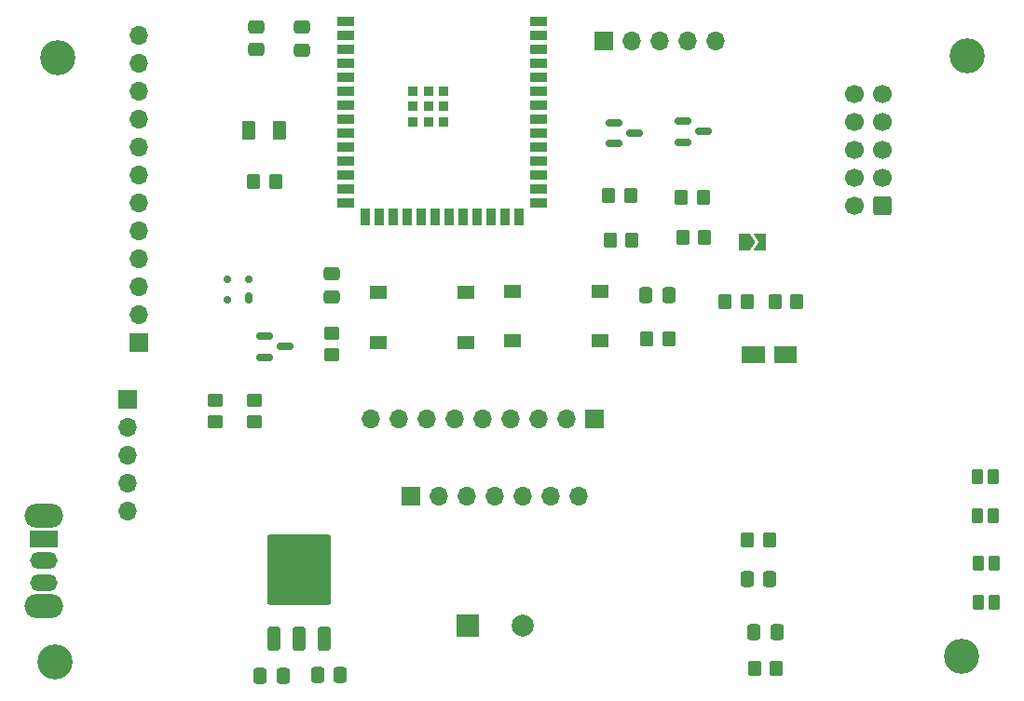
<source format=gbr>
%TF.GenerationSoftware,KiCad,Pcbnew,8.0.6*%
%TF.CreationDate,2024-11-05T15:16:57-06:00*%
%TF.ProjectId,werable_unit (1),77657261-626c-4655-9f75-6e6974202831,rev?*%
%TF.SameCoordinates,Original*%
%TF.FileFunction,Soldermask,Top*%
%TF.FilePolarity,Negative*%
%FSLAX46Y46*%
G04 Gerber Fmt 4.6, Leading zero omitted, Abs format (unit mm)*
G04 Created by KiCad (PCBNEW 8.0.6) date 2024-11-05 15:16:57*
%MOMM*%
%LPD*%
G01*
G04 APERTURE LIST*
G04 Aperture macros list*
%AMRoundRect*
0 Rectangle with rounded corners*
0 $1 Rounding radius*
0 $2 $3 $4 $5 $6 $7 $8 $9 X,Y pos of 4 corners*
0 Add a 4 corners polygon primitive as box body*
4,1,4,$2,$3,$4,$5,$6,$7,$8,$9,$2,$3,0*
0 Add four circle primitives for the rounded corners*
1,1,$1+$1,$2,$3*
1,1,$1+$1,$4,$5*
1,1,$1+$1,$6,$7*
1,1,$1+$1,$8,$9*
0 Add four rect primitives between the rounded corners*
20,1,$1+$1,$2,$3,$4,$5,0*
20,1,$1+$1,$4,$5,$6,$7,0*
20,1,$1+$1,$6,$7,$8,$9,0*
20,1,$1+$1,$8,$9,$2,$3,0*%
%AMFreePoly0*
4,1,6,1.000000,0.000000,0.500000,-0.750000,-0.500000,-0.750000,-0.500000,0.750000,0.500000,0.750000,1.000000,0.000000,1.000000,0.000000,$1*%
%AMFreePoly1*
4,1,6,0.500000,-0.750000,-0.650000,-0.750000,-0.150000,0.000000,-0.650000,0.750000,0.500000,0.750000,0.500000,-0.750000,0.500000,-0.750000,$1*%
G04 Aperture macros list end*
%ADD10RoundRect,0.250000X-0.350000X-0.450000X0.350000X-0.450000X0.350000X0.450000X-0.350000X0.450000X0*%
%ADD11R,1.500000X1.500000*%
%ADD12FreePoly0,0.000000*%
%ADD13FreePoly0,180.000000*%
%ADD14R,2.000000X2.000000*%
%ADD15C,2.000000*%
%ADD16O,3.500000X2.200000*%
%ADD17R,2.500000X1.500000*%
%ADD18O,2.500000X1.500000*%
%ADD19RoundRect,0.250000X0.350000X0.450000X-0.350000X0.450000X-0.350000X-0.450000X0.350000X-0.450000X0*%
%ADD20RoundRect,0.250000X0.600000X0.600000X-0.600000X0.600000X-0.600000X-0.600000X0.600000X-0.600000X0*%
%ADD21C,1.700000*%
%ADD22RoundRect,0.250000X0.350000X-0.850000X0.350000X0.850000X-0.350000X0.850000X-0.350000X-0.850000X0*%
%ADD23RoundRect,0.249997X2.650003X-2.950003X2.650003X2.950003X-2.650003X2.950003X-2.650003X-2.950003X0*%
%ADD24RoundRect,0.250000X0.450000X-0.350000X0.450000X0.350000X-0.450000X0.350000X-0.450000X-0.350000X0*%
%ADD25RoundRect,0.150000X-0.587500X-0.150000X0.587500X-0.150000X0.587500X0.150000X-0.587500X0.150000X0*%
%ADD26R,1.700000X1.700000*%
%ADD27O,1.700000X1.700000*%
%ADD28RoundRect,0.250000X0.275000X-0.450000X0.275000X0.450000X-0.275000X0.450000X-0.275000X-0.450000X0*%
%ADD29RoundRect,0.250000X-0.337500X-0.475000X0.337500X-0.475000X0.337500X0.475000X-0.337500X0.475000X0*%
%ADD30C,3.200000*%
%ADD31FreePoly1,0.000000*%
%ADD32R,1.550000X1.300000*%
%ADD33RoundRect,0.250000X0.475000X-0.337500X0.475000X0.337500X-0.475000X0.337500X-0.475000X-0.337500X0*%
%ADD34RoundRect,0.250000X0.375000X0.625000X-0.375000X0.625000X-0.375000X-0.625000X0.375000X-0.625000X0*%
%ADD35RoundRect,0.175000X0.175000X0.325000X-0.175000X0.325000X-0.175000X-0.325000X0.175000X-0.325000X0*%
%ADD36RoundRect,0.150000X0.200000X0.150000X-0.200000X0.150000X-0.200000X-0.150000X0.200000X-0.150000X0*%
%ADD37R,1.498600X0.889000*%
%ADD38R,0.889000X1.498600*%
%ADD39R,0.889000X0.889000*%
G04 APERTURE END LIST*
D10*
%TO.C,R20*%
X139605000Y-58039000D03*
X141605000Y-58039000D03*
%TD*%
D11*
%TO.C,JP2*%
X152883000Y-68453000D03*
X155283000Y-68453000D03*
D12*
X152083000Y-68453000D03*
D13*
X156083000Y-68453000D03*
%TD*%
D14*
%TO.C,U4*%
X126699000Y-93091000D03*
D15*
X131699000Y-93091000D03*
%TD*%
D16*
%TO.C,U7*%
X88138000Y-83058000D03*
X88138000Y-91258000D03*
D17*
X88138000Y-85158000D03*
D18*
X88138000Y-87158000D03*
X88138000Y-89158000D03*
%TD*%
D19*
%TO.C,R7*%
X109204000Y-52705000D03*
X107204000Y-52705000D03*
%TD*%
D20*
%TO.C,J12*%
X164338000Y-54864000D03*
D21*
X161798000Y-54864000D03*
X164338000Y-52324000D03*
X161798000Y-52324000D03*
X164338000Y-49784000D03*
X161798000Y-49784000D03*
X164338000Y-47244000D03*
X161798000Y-47244000D03*
X164338000Y-44704000D03*
X161798000Y-44704000D03*
%TD*%
D22*
%TO.C,U5*%
X109105000Y-94234000D03*
X111385000Y-94234000D03*
D23*
X111385000Y-87934000D03*
D22*
X113665000Y-94234000D03*
%TD*%
D24*
%TO.C,R25*%
X114300000Y-68437000D03*
X114300000Y-66437000D03*
%TD*%
D10*
%TO.C,R14*%
X146066000Y-54102000D03*
X148066000Y-54102000D03*
%TD*%
D25*
%TO.C,Q2*%
X146207000Y-47183000D03*
X146207000Y-49083000D03*
X148082000Y-48133000D03*
%TD*%
D26*
%TO.C,J13*%
X138176000Y-74295000D03*
D27*
X135636000Y-74295000D03*
X133096000Y-74295000D03*
X130556000Y-74295000D03*
X128016000Y-74295000D03*
X125476000Y-74295000D03*
X122936000Y-74295000D03*
X120396000Y-74295000D03*
X117856000Y-74295000D03*
%TD*%
D28*
%TO.C,SW5*%
X173016000Y-83080000D03*
X173016000Y-79480000D03*
X174456000Y-83080000D03*
X174456000Y-79480000D03*
%TD*%
D29*
%TO.C,C19*%
X142870000Y-63028000D03*
X144945000Y-63028000D03*
%TD*%
D25*
%TO.C,D4*%
X108234000Y-66741000D03*
X108234000Y-68641000D03*
X110109000Y-67691000D03*
%TD*%
D10*
%TO.C,R3*%
X152115000Y-85281000D03*
X154115000Y-85281000D03*
%TD*%
D30*
%TO.C,H2*%
X172085000Y-41275000D03*
%TD*%
D26*
%TO.C,J1*%
X96774000Y-67310000D03*
D27*
X96774000Y-64770000D03*
X96774000Y-62230000D03*
X96774000Y-59690000D03*
X96774000Y-57150000D03*
X96774000Y-54610000D03*
X96774000Y-52070000D03*
X96774000Y-49530000D03*
X96774000Y-46990000D03*
X96774000Y-44450000D03*
X96774000Y-41910000D03*
X96774000Y-39370000D03*
%TD*%
D28*
%TO.C,SW6*%
X173072000Y-90954000D03*
X173072000Y-87354000D03*
X174512000Y-90954000D03*
X174512000Y-87354000D03*
%TD*%
D29*
%TO.C,C3*%
X113008500Y-97536000D03*
X115083500Y-97536000D03*
%TD*%
%TO.C,C1*%
X152040000Y-88837000D03*
X154115000Y-88837000D03*
%TD*%
D26*
%TO.C,J8*%
X139065000Y-39878000D03*
D27*
X141605000Y-39878000D03*
X144145000Y-39878000D03*
X146685000Y-39878000D03*
X149225000Y-39878000D03*
%TD*%
D30*
%TO.C,H4*%
X171577000Y-95885000D03*
%TD*%
D24*
%TO.C,R9*%
X107315000Y-74533000D03*
X107315000Y-72533000D03*
%TD*%
D12*
%TO.C,JP1*%
X151802000Y-58166000D03*
D31*
X153252000Y-58166000D03*
%TD*%
D25*
%TO.C,Q3*%
X139984000Y-47310000D03*
X139984000Y-49210000D03*
X141859000Y-48260000D03*
%TD*%
D32*
%TO.C,SW3*%
X118580000Y-62774000D03*
X126530000Y-62774000D03*
X118580000Y-67274000D03*
X126530000Y-67274000D03*
%TD*%
D10*
%TO.C,R13*%
X154591000Y-63627000D03*
X156591000Y-63627000D03*
%TD*%
D33*
%TO.C,C18*%
X114300000Y-63140500D03*
X114300000Y-61065500D03*
%TD*%
D10*
%TO.C,R2*%
X152734000Y-96965000D03*
X154734000Y-96965000D03*
%TD*%
D33*
%TO.C,C23*%
X107442000Y-40661500D03*
X107442000Y-38586500D03*
%TD*%
D34*
%TO.C,D6*%
X109604000Y-48006000D03*
X106804000Y-48006000D03*
%TD*%
D30*
%TO.C,H3*%
X89154000Y-96393000D03*
%TD*%
D10*
%TO.C,R26*%
X142929000Y-66965000D03*
X144929000Y-66965000D03*
%TD*%
D24*
%TO.C,R8*%
X103759000Y-74533000D03*
X103759000Y-72533000D03*
%TD*%
D10*
%TO.C,R15*%
X139478000Y-53975000D03*
X141478000Y-53975000D03*
%TD*%
D30*
%TO.C,H1*%
X89408000Y-41402000D03*
%TD*%
D29*
%TO.C,C2*%
X152696500Y-93663000D03*
X154771500Y-93663000D03*
%TD*%
D10*
%TO.C,R18*%
X150054500Y-63627000D03*
X152054500Y-63627000D03*
%TD*%
%TO.C,R19*%
X146209000Y-57785000D03*
X148209000Y-57785000D03*
%TD*%
D35*
%TO.C,D2*%
X106807000Y-63246000D03*
D36*
X106807000Y-61546000D03*
X104807000Y-61546000D03*
X104807000Y-63446000D03*
%TD*%
D26*
%TO.C,J2*%
X121539000Y-81280000D03*
D27*
X124079000Y-81280000D03*
X126619000Y-81280000D03*
X129159000Y-81280000D03*
X131699000Y-81280000D03*
X134239000Y-81280000D03*
X136779000Y-81280000D03*
%TD*%
D29*
%TO.C,C4*%
X107801500Y-97663000D03*
X109876500Y-97663000D03*
%TD*%
D32*
%TO.C,SW4*%
X130772000Y-62647000D03*
X138722000Y-62647000D03*
X130772000Y-67147000D03*
X138722000Y-67147000D03*
%TD*%
D37*
%TO.C,U10*%
X115596000Y-38100000D03*
X115596000Y-39370000D03*
X115596000Y-40640000D03*
X115596000Y-41910000D03*
X115596000Y-43180000D03*
X115596000Y-44450000D03*
X115596000Y-45720000D03*
X115596000Y-46990000D03*
X115596000Y-48260000D03*
X115596000Y-49530000D03*
X115596000Y-50800000D03*
X115596000Y-52070000D03*
X115596000Y-53340000D03*
X115596000Y-54610000D03*
D38*
X117361000Y-55860000D03*
X118631000Y-55860000D03*
X119901000Y-55860000D03*
X121171000Y-55860000D03*
X122441000Y-55860000D03*
X123711000Y-55860000D03*
X124981000Y-55860000D03*
X126251000Y-55860000D03*
X127521000Y-55860000D03*
X128791000Y-55860000D03*
X130061000Y-55860000D03*
X131331000Y-55860000D03*
D37*
X133096000Y-54610000D03*
X133096000Y-53340000D03*
X133096000Y-52070000D03*
X133096000Y-50800000D03*
X133096000Y-49530000D03*
X133096000Y-48260000D03*
X133096000Y-46990000D03*
X133096000Y-45720000D03*
X133096000Y-44450000D03*
X133096000Y-43180000D03*
X133096000Y-41910000D03*
X133096000Y-40640000D03*
X133096000Y-39370000D03*
X133096000Y-38100000D03*
D39*
X123096000Y-45820000D03*
X123096000Y-44420000D03*
X121696000Y-44420000D03*
X121696000Y-45820000D03*
X121696000Y-47220000D03*
X123096000Y-47220000D03*
X124496000Y-47220000D03*
X124496000Y-45820000D03*
X124496000Y-44420000D03*
%TD*%
D26*
%TO.C,J11*%
X95758000Y-72517000D03*
D27*
X95758000Y-75057000D03*
X95758000Y-77597000D03*
X95758000Y-80137000D03*
X95758000Y-82677000D03*
%TD*%
D33*
%TO.C,C24*%
X111633000Y-40683000D03*
X111633000Y-38608000D03*
%TD*%
M02*

</source>
